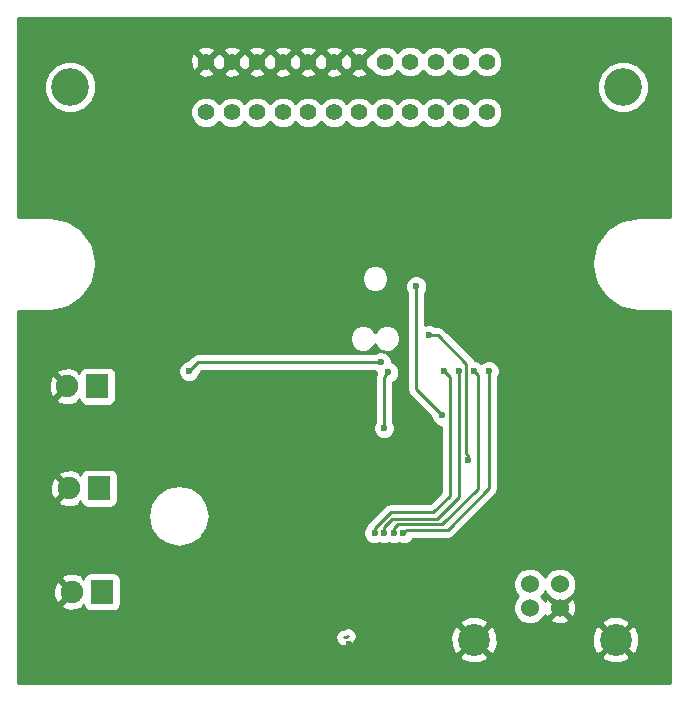
<source format=gbr>
G04 #@! TF.FileFunction,Copper,L2,Bot,Signal*
%FSLAX46Y46*%
G04 Gerber Fmt 4.6, Leading zero omitted, Abs format (unit mm)*
G04 Created by KiCad (PCBNEW 4.1.0-alpha+201606210816+6944~45~ubuntu16.04.1-product) date Sat Jun 25 00:11:40 2016*
%MOMM*%
%LPD*%
G01*
G04 APERTURE LIST*
%ADD10C,0.100000*%
%ADD11C,1.397000*%
%ADD12C,3.200400*%
%ADD13R,1.900000X2.000000*%
%ADD14C,1.900000*%
%ADD15C,1.524000*%
%ADD16C,2.700020*%
%ADD17C,0.600000*%
%ADD18C,0.250000*%
%ADD19C,0.254000*%
G04 APERTURE END LIST*
D10*
D11*
X145224500Y-79298800D03*
X147383500Y-79298800D03*
X140906500Y-79298800D03*
X143065500Y-79298800D03*
X145224500Y-75006200D03*
X143065500Y-75006200D03*
X140906500Y-75006200D03*
X147383500Y-75006200D03*
X138747500Y-79298800D03*
X136588500Y-79298800D03*
X134429500Y-79298800D03*
X132270500Y-79298800D03*
X138747500Y-75006200D03*
X136588500Y-75006200D03*
X134429500Y-75006200D03*
X132270500Y-75006200D03*
X149542500Y-79298800D03*
X151701500Y-79298800D03*
X153860500Y-79298800D03*
X156019500Y-79298800D03*
X149542500Y-75006200D03*
X151701500Y-75006200D03*
X153860500Y-75006200D03*
X156019500Y-75006200D03*
D12*
X167551100Y-77152500D03*
X120738900Y-77152500D03*
D13*
X123063000Y-102489000D03*
D14*
X120523000Y-102489000D03*
D13*
X123444000Y-119888000D03*
D14*
X120904000Y-119888000D03*
D13*
X123190000Y-111125000D03*
D14*
X120650000Y-111125000D03*
D15*
X159669480Y-119253000D03*
X162209480Y-119253000D03*
X162209480Y-121251980D03*
X159669480Y-121251980D03*
D16*
X154940000Y-123952000D03*
X166938960Y-123952000D03*
D17*
X144399000Y-124333000D03*
X145161000Y-95885000D03*
X142367000Y-119888000D03*
X151828500Y-110553500D03*
X158115000Y-105346500D03*
X151130000Y-88900000D03*
X130810000Y-91630500D03*
X125666500Y-95059500D03*
X124460000Y-93091000D03*
X124142500Y-88773000D03*
X167005000Y-98425000D03*
X137287000Y-123063000D03*
X142303500Y-122936000D03*
X132207000Y-108204000D03*
X138544000Y-108775500D03*
X136303000Y-115951000D03*
X142748000Y-111315500D03*
X150050500Y-94043500D03*
X152273000Y-104965500D03*
X152400000Y-101219000D03*
X146519997Y-114935000D03*
X153670000Y-101219000D03*
X147320000Y-114935000D03*
X154940000Y-101219000D03*
X148170997Y-114935000D03*
X156210000Y-101219000D03*
X148971000Y-114935000D03*
X151130000Y-98171000D03*
X154432000Y-108775500D03*
X130810000Y-101219000D03*
X147066000Y-100457000D03*
X147691010Y-101319815D03*
X147320000Y-106045000D03*
D18*
X144272000Y-123634500D02*
X144145000Y-123761500D01*
X144145000Y-123761500D02*
X143954500Y-123761500D01*
X144399000Y-124333000D02*
X144099001Y-124632999D01*
X142367000Y-119888000D02*
X142430500Y-119888000D01*
X158115000Y-105346500D02*
X158115000Y-105473500D01*
X158115000Y-105473500D02*
X157924500Y-105664000D01*
X151130000Y-88900000D02*
X151130000Y-89027000D01*
X151130000Y-89027000D02*
X150939500Y-89217500D01*
X130810000Y-91630500D02*
X130810000Y-91884500D01*
X130810000Y-91884500D02*
X130873500Y-91948000D01*
X124142500Y-88773000D02*
X124142500Y-88963500D01*
X124142500Y-88963500D02*
X124269500Y-89090500D01*
X142303500Y-122936000D02*
X142303500Y-122999500D01*
X142303500Y-122999500D02*
X142494000Y-123190000D01*
X152273000Y-104965500D02*
X150050500Y-102743000D01*
X150050500Y-102743000D02*
X150050500Y-94043500D01*
X152908000Y-111760000D02*
X152908000Y-101727000D01*
X152908000Y-101727000D02*
X152400000Y-101219000D01*
X151511000Y-113157000D02*
X152908000Y-111760000D01*
X147873733Y-113157000D02*
X151511000Y-113157000D01*
X146519997Y-114935000D02*
X146519997Y-114510736D01*
X146519997Y-114510736D02*
X147873733Y-113157000D01*
X147320000Y-114935000D02*
X147320000Y-114427000D01*
X147320000Y-114427000D02*
X148024009Y-113722991D01*
X148024009Y-113722991D02*
X151834009Y-113722991D01*
X151834009Y-113722991D02*
X153670000Y-111887000D01*
X153670000Y-111887000D02*
X153670000Y-101219000D01*
X155239999Y-101518999D02*
X154940000Y-101219000D01*
X155239999Y-111206001D02*
X155239999Y-101518999D01*
X152273000Y-114173000D02*
X155239999Y-111206001D01*
X148170997Y-114510736D02*
X148508733Y-114173000D01*
X148170997Y-114935000D02*
X148170997Y-114510736D01*
X148508733Y-114173000D02*
X152273000Y-114173000D01*
X156210000Y-111125000D02*
X156210000Y-101219000D01*
X152699999Y-114635001D02*
X156210000Y-111125000D01*
X148971000Y-114935000D02*
X149270999Y-114635001D01*
X149270999Y-114635001D02*
X152699999Y-114635001D01*
X154305000Y-100584000D02*
X151892000Y-98171000D01*
X151892000Y-98171000D02*
X151130000Y-98171000D01*
X154305000Y-108224236D02*
X154305000Y-100584000D01*
X154432000Y-108775500D02*
X154432000Y-108351236D01*
X154432000Y-108351236D02*
X154305000Y-108224236D01*
X147066000Y-100457000D02*
X131572000Y-100457000D01*
X131572000Y-100457000D02*
X130810000Y-101219000D01*
X147391011Y-101619814D02*
X147691010Y-101319815D01*
X147320000Y-106045000D02*
X147320000Y-101690825D01*
X147320000Y-101690825D02*
X147391011Y-101619814D01*
D19*
G36*
X171567448Y-88120400D02*
X168946822Y-88120400D01*
X168880652Y-88133562D01*
X167544172Y-88385984D01*
X167297243Y-88488265D01*
X166221428Y-89207103D01*
X166032436Y-89396095D01*
X165313597Y-90471912D01*
X165313597Y-90471913D01*
X165211315Y-90718842D01*
X164958893Y-91987854D01*
X164958894Y-92121491D01*
X164958893Y-92255128D01*
X165211315Y-93524140D01*
X165271231Y-93668788D01*
X165313597Y-93771070D01*
X166032434Y-94846885D01*
X166221426Y-95035877D01*
X167297243Y-95754717D01*
X167544172Y-95856998D01*
X168813185Y-96109420D01*
X168880647Y-96109420D01*
X168946822Y-96122583D01*
X171567448Y-96122583D01*
X171567448Y-127598457D01*
X116326195Y-127598457D01*
X116326195Y-125357601D01*
X153714004Y-125357601D01*
X153855472Y-125660790D01*
X154591952Y-125945747D01*
X155381420Y-125927174D01*
X156024528Y-125660790D01*
X156165996Y-125357601D01*
X165712964Y-125357601D01*
X165854432Y-125660790D01*
X166590912Y-125945747D01*
X167380380Y-125927174D01*
X168023488Y-125660790D01*
X168164956Y-125357601D01*
X166938960Y-124131605D01*
X165712964Y-125357601D01*
X156165996Y-125357601D01*
X154940000Y-124131605D01*
X153714004Y-125357601D01*
X116326195Y-125357601D01*
X116326195Y-123761500D01*
X143194500Y-123761500D01*
X143252352Y-124052339D01*
X143417099Y-124298901D01*
X143663661Y-124463648D01*
X143954500Y-124521500D01*
X144145000Y-124521500D01*
X144435839Y-124463648D01*
X144682401Y-124298901D01*
X144809401Y-124171901D01*
X144974148Y-123925339D01*
X145032000Y-123634500D01*
X145025924Y-123603952D01*
X152946253Y-123603952D01*
X152964826Y-124393420D01*
X153231210Y-125036528D01*
X153534399Y-125177996D01*
X154760395Y-123952000D01*
X155119605Y-123952000D01*
X156345601Y-125177996D01*
X156648790Y-125036528D01*
X156933747Y-124300048D01*
X156917371Y-123603952D01*
X164945213Y-123603952D01*
X164963786Y-124393420D01*
X165230170Y-125036528D01*
X165533359Y-125177996D01*
X166759355Y-123952000D01*
X167118565Y-123952000D01*
X168344561Y-125177996D01*
X168647750Y-125036528D01*
X168932707Y-124300048D01*
X168914134Y-123510580D01*
X168647750Y-122867472D01*
X168344561Y-122726004D01*
X167118565Y-123952000D01*
X166759355Y-123952000D01*
X165533359Y-122726004D01*
X165230170Y-122867472D01*
X164945213Y-123603952D01*
X156917371Y-123603952D01*
X156915174Y-123510580D01*
X156648790Y-122867472D01*
X156345601Y-122726004D01*
X155119605Y-123952000D01*
X154760395Y-123952000D01*
X153534399Y-122726004D01*
X153231210Y-122867472D01*
X152946253Y-123603952D01*
X145025924Y-123603952D01*
X144974148Y-123343661D01*
X144809401Y-123097099D01*
X144562839Y-122932352D01*
X144272000Y-122874500D01*
X143981161Y-122932352D01*
X143845108Y-123023260D01*
X143663661Y-123059352D01*
X143417099Y-123224099D01*
X143252352Y-123470661D01*
X143194500Y-123761500D01*
X116326195Y-123761500D01*
X116326195Y-122546399D01*
X153714004Y-122546399D01*
X154940000Y-123772395D01*
X156165996Y-122546399D01*
X156024528Y-122243210D01*
X155288048Y-121958253D01*
X154498580Y-121976826D01*
X153855472Y-122243210D01*
X153714004Y-122546399D01*
X116326195Y-122546399D01*
X116326195Y-119635398D01*
X119307812Y-119635398D01*
X119332648Y-120265461D01*
X119525981Y-120732208D01*
X119787650Y-120824745D01*
X120724395Y-119888000D01*
X119787650Y-118951255D01*
X119525981Y-119043792D01*
X119307812Y-119635398D01*
X116326195Y-119635398D01*
X116326195Y-118771650D01*
X119967255Y-118771650D01*
X120904000Y-119708395D01*
X120918143Y-119694253D01*
X121097748Y-119873858D01*
X121083605Y-119888000D01*
X121097748Y-119902143D01*
X120918143Y-120081748D01*
X120904000Y-120067605D01*
X119967255Y-121004350D01*
X120059792Y-121266019D01*
X120651398Y-121484188D01*
X121281461Y-121459352D01*
X121748208Y-121266019D01*
X121840744Y-121004352D01*
X121876894Y-121040502D01*
X121895843Y-121135765D01*
X122036191Y-121345809D01*
X122246235Y-121486157D01*
X122494000Y-121535440D01*
X124394000Y-121535440D01*
X124641765Y-121486157D01*
X124851809Y-121345809D01*
X124992157Y-121135765D01*
X125041440Y-120888000D01*
X125041440Y-119529661D01*
X158272238Y-119529661D01*
X158484470Y-120043303D01*
X158693312Y-120252510D01*
X158485851Y-120459610D01*
X158272723Y-120972880D01*
X158272238Y-121528641D01*
X158484470Y-122042283D01*
X158877110Y-122435609D01*
X159390380Y-122648737D01*
X159946141Y-122649222D01*
X160459783Y-122436990D01*
X160664937Y-122232193D01*
X161408872Y-122232193D01*
X161478337Y-122474377D01*
X162001782Y-122661124D01*
X162556848Y-122633342D01*
X162766746Y-122546399D01*
X165712964Y-122546399D01*
X166938960Y-123772395D01*
X168164956Y-122546399D01*
X168023488Y-122243210D01*
X167287008Y-121958253D01*
X166497540Y-121976826D01*
X165854432Y-122243210D01*
X165712964Y-122546399D01*
X162766746Y-122546399D01*
X162940623Y-122474377D01*
X163010088Y-122232193D01*
X162209480Y-121431585D01*
X161408872Y-122232193D01*
X160664937Y-122232193D01*
X160853109Y-122044350D01*
X160932875Y-121852253D01*
X160987083Y-121983123D01*
X161229267Y-122052588D01*
X162029875Y-121251980D01*
X162389085Y-121251980D01*
X163189693Y-122052588D01*
X163431877Y-121983123D01*
X163618624Y-121459678D01*
X163590842Y-120904612D01*
X163431877Y-120520837D01*
X163189693Y-120451372D01*
X162389085Y-121251980D01*
X162029875Y-121251980D01*
X161229267Y-120451372D01*
X160987083Y-120520837D01*
X160936971Y-120661298D01*
X160854490Y-120461677D01*
X160645648Y-120252470D01*
X160853109Y-120045370D01*
X160939429Y-119837488D01*
X161024470Y-120043303D01*
X161417110Y-120436629D01*
X161684951Y-120547846D01*
X162209480Y-121072375D01*
X162734044Y-120547811D01*
X162999783Y-120438010D01*
X163393109Y-120045370D01*
X163606237Y-119532100D01*
X163606722Y-118976339D01*
X163394490Y-118462697D01*
X163001850Y-118069371D01*
X162488580Y-117856243D01*
X161932819Y-117855758D01*
X161419177Y-118067990D01*
X161025851Y-118460630D01*
X160939531Y-118668512D01*
X160854490Y-118462697D01*
X160461850Y-118069371D01*
X159948580Y-117856243D01*
X159392819Y-117855758D01*
X158879177Y-118067990D01*
X158485851Y-118460630D01*
X158272723Y-118973900D01*
X158272238Y-119529661D01*
X125041440Y-119529661D01*
X125041440Y-118888000D01*
X124992157Y-118640235D01*
X124851809Y-118430191D01*
X124641765Y-118289843D01*
X124394000Y-118240560D01*
X122494000Y-118240560D01*
X122246235Y-118289843D01*
X122036191Y-118430191D01*
X121895843Y-118640235D01*
X121876894Y-118735498D01*
X121840744Y-118771648D01*
X121748208Y-118509981D01*
X121156602Y-118291812D01*
X120526539Y-118316648D01*
X120059792Y-118509981D01*
X119967255Y-118771650D01*
X116326195Y-118771650D01*
X116326195Y-113449100D01*
X127317820Y-113449100D01*
X127517909Y-114455014D01*
X128087713Y-115307787D01*
X128940486Y-115877591D01*
X129946400Y-116077680D01*
X130952314Y-115877591D01*
X131805087Y-115307787D01*
X131930450Y-115120167D01*
X145584835Y-115120167D01*
X145726880Y-115463943D01*
X145989670Y-115727192D01*
X146333198Y-115869838D01*
X146705164Y-115870162D01*
X146920103Y-115781351D01*
X147133201Y-115869838D01*
X147505167Y-115870162D01*
X147745666Y-115770790D01*
X147984198Y-115869838D01*
X148356164Y-115870162D01*
X148571103Y-115781351D01*
X148784201Y-115869838D01*
X149156167Y-115870162D01*
X149499943Y-115728117D01*
X149763192Y-115465327D01*
X149792394Y-115395001D01*
X152699999Y-115395001D01*
X152990838Y-115337149D01*
X153237400Y-115172402D01*
X156747401Y-111662401D01*
X156912148Y-111415839D01*
X156970000Y-111125000D01*
X156970000Y-101781463D01*
X157002192Y-101749327D01*
X157144838Y-101405799D01*
X157145162Y-101033833D01*
X157003117Y-100690057D01*
X156740327Y-100426808D01*
X156396799Y-100284162D01*
X156024833Y-100283838D01*
X155681057Y-100425883D01*
X155575046Y-100531710D01*
X155470327Y-100426808D01*
X155126799Y-100284162D01*
X155001063Y-100284052D01*
X154842401Y-100046599D01*
X152429401Y-97633599D01*
X152182839Y-97468852D01*
X151892000Y-97411000D01*
X151692463Y-97411000D01*
X151660327Y-97378808D01*
X151316799Y-97236162D01*
X150944833Y-97235838D01*
X150810500Y-97291343D01*
X150810500Y-94605963D01*
X150842692Y-94573827D01*
X150985338Y-94230299D01*
X150985662Y-93858333D01*
X150843617Y-93514557D01*
X150580827Y-93251308D01*
X150237299Y-93108662D01*
X149865333Y-93108338D01*
X149521557Y-93250383D01*
X149258308Y-93513173D01*
X149115662Y-93856701D01*
X149115338Y-94228667D01*
X149257383Y-94572443D01*
X149290500Y-94605618D01*
X149290500Y-102743000D01*
X149348352Y-103033839D01*
X149513099Y-103280401D01*
X151337878Y-105105180D01*
X151337838Y-105150667D01*
X151479883Y-105494443D01*
X151742673Y-105757692D01*
X152086201Y-105900338D01*
X152148000Y-105900392D01*
X152148000Y-111445198D01*
X151196198Y-112397000D01*
X147873733Y-112397000D01*
X147582894Y-112454852D01*
X147336332Y-112619599D01*
X145982596Y-113973335D01*
X145817849Y-114219897D01*
X145794298Y-114338296D01*
X145727805Y-114404673D01*
X145585159Y-114748201D01*
X145584835Y-115120167D01*
X131930450Y-115120167D01*
X132374891Y-114455014D01*
X132574980Y-113449100D01*
X132374891Y-112443186D01*
X131805087Y-111590413D01*
X130952314Y-111020609D01*
X129946400Y-110820520D01*
X128940486Y-111020609D01*
X128087713Y-111590413D01*
X127517909Y-112443186D01*
X127317820Y-113449100D01*
X116326195Y-113449100D01*
X116326195Y-110872398D01*
X119053812Y-110872398D01*
X119078648Y-111502461D01*
X119271981Y-111969208D01*
X119533650Y-112061745D01*
X120470395Y-111125000D01*
X119533650Y-110188255D01*
X119271981Y-110280792D01*
X119053812Y-110872398D01*
X116326195Y-110872398D01*
X116326195Y-110008650D01*
X119713255Y-110008650D01*
X120650000Y-110945395D01*
X120664143Y-110931253D01*
X120843748Y-111110858D01*
X120829605Y-111125000D01*
X120843748Y-111139143D01*
X120664143Y-111318748D01*
X120650000Y-111304605D01*
X119713255Y-112241350D01*
X119805792Y-112503019D01*
X120397398Y-112721188D01*
X121027461Y-112696352D01*
X121494208Y-112503019D01*
X121586744Y-112241352D01*
X121622894Y-112277502D01*
X121641843Y-112372765D01*
X121782191Y-112582809D01*
X121992235Y-112723157D01*
X122240000Y-112772440D01*
X124140000Y-112772440D01*
X124387765Y-112723157D01*
X124597809Y-112582809D01*
X124738157Y-112372765D01*
X124787440Y-112125000D01*
X124787440Y-110125000D01*
X124738157Y-109877235D01*
X124597809Y-109667191D01*
X124387765Y-109526843D01*
X124140000Y-109477560D01*
X122240000Y-109477560D01*
X121992235Y-109526843D01*
X121782191Y-109667191D01*
X121641843Y-109877235D01*
X121622894Y-109972498D01*
X121586744Y-110008648D01*
X121494208Y-109746981D01*
X120902602Y-109528812D01*
X120272539Y-109553648D01*
X119805792Y-109746981D01*
X119713255Y-110008650D01*
X116326195Y-110008650D01*
X116326195Y-102236398D01*
X118926812Y-102236398D01*
X118951648Y-102866461D01*
X119144981Y-103333208D01*
X119406650Y-103425745D01*
X120343395Y-102489000D01*
X119406650Y-101552255D01*
X119144981Y-101644792D01*
X118926812Y-102236398D01*
X116326195Y-102236398D01*
X116326195Y-101372650D01*
X119586255Y-101372650D01*
X120523000Y-102309395D01*
X120537143Y-102295253D01*
X120716748Y-102474858D01*
X120702605Y-102489000D01*
X120716748Y-102503143D01*
X120537143Y-102682748D01*
X120523000Y-102668605D01*
X119586255Y-103605350D01*
X119678792Y-103867019D01*
X120270398Y-104085188D01*
X120900461Y-104060352D01*
X121367208Y-103867019D01*
X121459744Y-103605352D01*
X121495894Y-103641502D01*
X121514843Y-103736765D01*
X121655191Y-103946809D01*
X121865235Y-104087157D01*
X122113000Y-104136440D01*
X124013000Y-104136440D01*
X124260765Y-104087157D01*
X124470809Y-103946809D01*
X124611157Y-103736765D01*
X124660440Y-103489000D01*
X124660440Y-101489000D01*
X124643566Y-101404167D01*
X129874838Y-101404167D01*
X130016883Y-101747943D01*
X130279673Y-102011192D01*
X130623201Y-102153838D01*
X130995167Y-102154162D01*
X131338943Y-102012117D01*
X131602192Y-101749327D01*
X131744838Y-101405799D01*
X131744879Y-101358923D01*
X131886802Y-101217000D01*
X146503537Y-101217000D01*
X146535673Y-101249192D01*
X146678877Y-101308656D01*
X146617852Y-101399986D01*
X146560000Y-101690825D01*
X146560000Y-105482537D01*
X146527808Y-105514673D01*
X146385162Y-105858201D01*
X146384838Y-106230167D01*
X146526883Y-106573943D01*
X146789673Y-106837192D01*
X147133201Y-106979838D01*
X147505167Y-106980162D01*
X147848943Y-106838117D01*
X148112192Y-106575327D01*
X148254838Y-106231799D01*
X148255162Y-105859833D01*
X148113117Y-105516057D01*
X148080000Y-105482882D01*
X148080000Y-102170759D01*
X148219953Y-102112932D01*
X148483202Y-101850142D01*
X148625848Y-101506614D01*
X148626172Y-101134648D01*
X148484127Y-100790872D01*
X148221337Y-100527623D01*
X148001019Y-100436138D01*
X148001162Y-100271833D01*
X147859117Y-99928057D01*
X147596327Y-99664808D01*
X147252799Y-99522162D01*
X146880833Y-99521838D01*
X146537057Y-99663883D01*
X146503882Y-99697000D01*
X131572000Y-99697000D01*
X131281161Y-99754852D01*
X131034599Y-99919599D01*
X130670320Y-100283878D01*
X130624833Y-100283838D01*
X130281057Y-100425883D01*
X130017808Y-100688673D01*
X129875162Y-101032201D01*
X129874838Y-101404167D01*
X124643566Y-101404167D01*
X124611157Y-101241235D01*
X124470809Y-101031191D01*
X124260765Y-100890843D01*
X124013000Y-100841560D01*
X122113000Y-100841560D01*
X121865235Y-100890843D01*
X121655191Y-101031191D01*
X121514843Y-101241235D01*
X121495894Y-101336498D01*
X121459744Y-101372648D01*
X121367208Y-101110981D01*
X120775602Y-100892812D01*
X120145539Y-100917648D01*
X119678792Y-101110981D01*
X119586255Y-101372650D01*
X116326195Y-101372650D01*
X116326195Y-98648341D01*
X144414045Y-98648341D01*
X144585374Y-99062990D01*
X144902341Y-99380511D01*
X145316691Y-99552564D01*
X145765341Y-99552955D01*
X146179990Y-99381626D01*
X146497511Y-99064659D01*
X146557936Y-98919139D01*
X146617374Y-99062990D01*
X146934341Y-99380511D01*
X147348691Y-99552564D01*
X147797341Y-99552955D01*
X148211990Y-99381626D01*
X148529511Y-99064659D01*
X148701564Y-98650309D01*
X148701955Y-98201659D01*
X148530626Y-97787010D01*
X148213659Y-97469489D01*
X147799309Y-97297436D01*
X147350659Y-97297045D01*
X146936010Y-97468374D01*
X146618489Y-97785341D01*
X146558064Y-97930861D01*
X146498626Y-97787010D01*
X146181659Y-97469489D01*
X145767309Y-97297436D01*
X145318659Y-97297045D01*
X144904010Y-97468374D01*
X144586489Y-97785341D01*
X144414436Y-98199691D01*
X144414045Y-98648341D01*
X116326195Y-98648341D01*
X116326195Y-96122583D01*
X118946822Y-96122583D01*
X119012992Y-96109421D01*
X119080459Y-96109421D01*
X120349471Y-95856999D01*
X120443265Y-95818148D01*
X120596401Y-95754718D01*
X121672219Y-95035878D01*
X121766714Y-94941383D01*
X121861210Y-94846888D01*
X122580049Y-93771069D01*
X122663917Y-93568593D01*
X145428774Y-93568593D01*
X145600297Y-93983709D01*
X145917621Y-94301587D01*
X146332437Y-94473834D01*
X146781593Y-94474226D01*
X147196709Y-94302703D01*
X147514587Y-93985379D01*
X147686834Y-93570563D01*
X147687226Y-93121407D01*
X147515703Y-92706291D01*
X147198379Y-92388413D01*
X146783563Y-92216166D01*
X146334407Y-92215774D01*
X145919291Y-92387297D01*
X145601413Y-92704621D01*
X145429166Y-93119437D01*
X145428774Y-93568593D01*
X122663917Y-93568593D01*
X122682330Y-93524141D01*
X122682330Y-93524140D01*
X122934752Y-92255128D01*
X122934752Y-91987854D01*
X122682330Y-90718841D01*
X122580049Y-90471913D01*
X121861210Y-89396094D01*
X121754883Y-89289768D01*
X121672219Y-89207104D01*
X120596401Y-88488264D01*
X120421796Y-88415941D01*
X120349471Y-88385983D01*
X119080459Y-88133561D01*
X119012987Y-88133561D01*
X118946822Y-88120400D01*
X116326195Y-88120400D01*
X116326195Y-79562886D01*
X130936769Y-79562886D01*
X131139354Y-80053180D01*
X131514147Y-80428627D01*
X132004087Y-80632068D01*
X132534586Y-80632531D01*
X133024880Y-80429946D01*
X133350238Y-80105155D01*
X133673147Y-80428627D01*
X134163087Y-80632068D01*
X134693586Y-80632531D01*
X135183880Y-80429946D01*
X135509238Y-80105155D01*
X135832147Y-80428627D01*
X136322087Y-80632068D01*
X136852586Y-80632531D01*
X137342880Y-80429946D01*
X137668238Y-80105155D01*
X137991147Y-80428627D01*
X138481087Y-80632068D01*
X139011586Y-80632531D01*
X139501880Y-80429946D01*
X139827238Y-80105155D01*
X140150147Y-80428627D01*
X140640087Y-80632068D01*
X141170586Y-80632531D01*
X141660880Y-80429946D01*
X141986238Y-80105155D01*
X142309147Y-80428627D01*
X142799087Y-80632068D01*
X143329586Y-80632531D01*
X143819880Y-80429946D01*
X144145238Y-80105155D01*
X144468147Y-80428627D01*
X144958087Y-80632068D01*
X145488586Y-80632531D01*
X145978880Y-80429946D01*
X146304238Y-80105155D01*
X146627147Y-80428627D01*
X147117087Y-80632068D01*
X147647586Y-80632531D01*
X148137880Y-80429946D01*
X148463238Y-80105155D01*
X148786147Y-80428627D01*
X149276087Y-80632068D01*
X149806586Y-80632531D01*
X150296880Y-80429946D01*
X150622238Y-80105155D01*
X150945147Y-80428627D01*
X151435087Y-80632068D01*
X151965586Y-80632531D01*
X152455880Y-80429946D01*
X152781238Y-80105155D01*
X153104147Y-80428627D01*
X153594087Y-80632068D01*
X154124586Y-80632531D01*
X154614880Y-80429946D01*
X154940238Y-80105155D01*
X155263147Y-80428627D01*
X155753087Y-80632068D01*
X156283586Y-80632531D01*
X156773880Y-80429946D01*
X157149327Y-80055153D01*
X157352768Y-79565213D01*
X157353231Y-79034714D01*
X157150646Y-78544420D01*
X156775853Y-78168973D01*
X156285913Y-77965532D01*
X155755414Y-77965069D01*
X155265120Y-78167654D01*
X154939762Y-78492445D01*
X154616853Y-78168973D01*
X154126913Y-77965532D01*
X153596414Y-77965069D01*
X153106120Y-78167654D01*
X152780762Y-78492445D01*
X152457853Y-78168973D01*
X151967913Y-77965532D01*
X151437414Y-77965069D01*
X150947120Y-78167654D01*
X150621762Y-78492445D01*
X150298853Y-78168973D01*
X149808913Y-77965532D01*
X149278414Y-77965069D01*
X148788120Y-78167654D01*
X148462762Y-78492445D01*
X148139853Y-78168973D01*
X147649913Y-77965532D01*
X147119414Y-77965069D01*
X146629120Y-78167654D01*
X146303762Y-78492445D01*
X145980853Y-78168973D01*
X145490913Y-77965532D01*
X144960414Y-77965069D01*
X144470120Y-78167654D01*
X144144762Y-78492445D01*
X143821853Y-78168973D01*
X143331913Y-77965532D01*
X142801414Y-77965069D01*
X142311120Y-78167654D01*
X141985762Y-78492445D01*
X141662853Y-78168973D01*
X141172913Y-77965532D01*
X140642414Y-77965069D01*
X140152120Y-78167654D01*
X139826762Y-78492445D01*
X139503853Y-78168973D01*
X139013913Y-77965532D01*
X138483414Y-77965069D01*
X137993120Y-78167654D01*
X137667762Y-78492445D01*
X137344853Y-78168973D01*
X136854913Y-77965532D01*
X136324414Y-77965069D01*
X135834120Y-78167654D01*
X135508762Y-78492445D01*
X135185853Y-78168973D01*
X134695913Y-77965532D01*
X134165414Y-77965069D01*
X133675120Y-78167654D01*
X133349762Y-78492445D01*
X133026853Y-78168973D01*
X132536913Y-77965532D01*
X132006414Y-77965069D01*
X131516120Y-78167654D01*
X131140673Y-78542447D01*
X130937232Y-79032387D01*
X130936769Y-79562886D01*
X116326195Y-79562886D01*
X116326195Y-77595158D01*
X118503313Y-77595158D01*
X118842885Y-78416985D01*
X119471108Y-79046305D01*
X120292341Y-79387311D01*
X121181558Y-79388087D01*
X122003385Y-79048515D01*
X122632705Y-78420292D01*
X122973711Y-77599059D01*
X122973714Y-77595158D01*
X165315513Y-77595158D01*
X165655085Y-78416985D01*
X166283308Y-79046305D01*
X167104541Y-79387311D01*
X167993758Y-79388087D01*
X168815585Y-79048515D01*
X169444905Y-78420292D01*
X169785911Y-77599059D01*
X169786687Y-76709842D01*
X169447115Y-75888015D01*
X168818892Y-75258695D01*
X167997659Y-74917689D01*
X167108442Y-74916913D01*
X166286615Y-75256485D01*
X165657295Y-75884708D01*
X165316289Y-76705941D01*
X165315513Y-77595158D01*
X122973714Y-77595158D01*
X122974487Y-76709842D01*
X122656556Y-75940388D01*
X131515917Y-75940388D01*
X131577571Y-76176000D01*
X132077980Y-76352127D01*
X132607699Y-76323348D01*
X132963429Y-76176000D01*
X133025083Y-75940388D01*
X133674917Y-75940388D01*
X133736571Y-76176000D01*
X134236980Y-76352127D01*
X134766699Y-76323348D01*
X135122429Y-76176000D01*
X135184083Y-75940388D01*
X135833917Y-75940388D01*
X135895571Y-76176000D01*
X136395980Y-76352127D01*
X136925699Y-76323348D01*
X137281429Y-76176000D01*
X137343083Y-75940388D01*
X137992917Y-75940388D01*
X138054571Y-76176000D01*
X138554980Y-76352127D01*
X139084699Y-76323348D01*
X139440429Y-76176000D01*
X139502083Y-75940388D01*
X140151917Y-75940388D01*
X140213571Y-76176000D01*
X140713980Y-76352127D01*
X141243699Y-76323348D01*
X141599429Y-76176000D01*
X141661083Y-75940388D01*
X142310917Y-75940388D01*
X142372571Y-76176000D01*
X142872980Y-76352127D01*
X143402699Y-76323348D01*
X143758429Y-76176000D01*
X143820083Y-75940388D01*
X144469917Y-75940388D01*
X144531571Y-76176000D01*
X145031980Y-76352127D01*
X145561699Y-76323348D01*
X145917429Y-76176000D01*
X145979083Y-75940388D01*
X145224500Y-75185805D01*
X144469917Y-75940388D01*
X143820083Y-75940388D01*
X143065500Y-75185805D01*
X142310917Y-75940388D01*
X141661083Y-75940388D01*
X140906500Y-75185805D01*
X140151917Y-75940388D01*
X139502083Y-75940388D01*
X138747500Y-75185805D01*
X137992917Y-75940388D01*
X137343083Y-75940388D01*
X136588500Y-75185805D01*
X135833917Y-75940388D01*
X135184083Y-75940388D01*
X134429500Y-75185805D01*
X133674917Y-75940388D01*
X133025083Y-75940388D01*
X132270500Y-75185805D01*
X131515917Y-75940388D01*
X122656556Y-75940388D01*
X122634915Y-75888015D01*
X122006692Y-75258695D01*
X121185459Y-74917689D01*
X120296242Y-74916913D01*
X119474415Y-75256485D01*
X118845095Y-75884708D01*
X118504089Y-76705941D01*
X118503313Y-77595158D01*
X116326195Y-77595158D01*
X116326195Y-74813680D01*
X130924573Y-74813680D01*
X130953352Y-75343399D01*
X131100700Y-75699129D01*
X131336312Y-75760783D01*
X132090895Y-75006200D01*
X132450105Y-75006200D01*
X133204688Y-75760783D01*
X133350000Y-75722758D01*
X133495312Y-75760783D01*
X134249895Y-75006200D01*
X134609105Y-75006200D01*
X135363688Y-75760783D01*
X135509000Y-75722758D01*
X135654312Y-75760783D01*
X136408895Y-75006200D01*
X136768105Y-75006200D01*
X137522688Y-75760783D01*
X137668000Y-75722758D01*
X137813312Y-75760783D01*
X138567895Y-75006200D01*
X138927105Y-75006200D01*
X139681688Y-75760783D01*
X139827000Y-75722758D01*
X139972312Y-75760783D01*
X140726895Y-75006200D01*
X141086105Y-75006200D01*
X141840688Y-75760783D01*
X141986000Y-75722758D01*
X142131312Y-75760783D01*
X142885895Y-75006200D01*
X143245105Y-75006200D01*
X143999688Y-75760783D01*
X144145000Y-75722758D01*
X144290312Y-75760783D01*
X145044895Y-75006200D01*
X145404105Y-75006200D01*
X146158688Y-75760783D01*
X146243290Y-75738645D01*
X146252354Y-75760580D01*
X146627147Y-76136027D01*
X147117087Y-76339468D01*
X147647586Y-76339931D01*
X148137880Y-76137346D01*
X148463238Y-75812555D01*
X148786147Y-76136027D01*
X149276087Y-76339468D01*
X149806586Y-76339931D01*
X150296880Y-76137346D01*
X150622238Y-75812555D01*
X150945147Y-76136027D01*
X151435087Y-76339468D01*
X151965586Y-76339931D01*
X152455880Y-76137346D01*
X152781238Y-75812555D01*
X153104147Y-76136027D01*
X153594087Y-76339468D01*
X154124586Y-76339931D01*
X154614880Y-76137346D01*
X154940238Y-75812555D01*
X155263147Y-76136027D01*
X155753087Y-76339468D01*
X156283586Y-76339931D01*
X156773880Y-76137346D01*
X157149327Y-75762553D01*
X157352768Y-75272613D01*
X157353231Y-74742114D01*
X157150646Y-74251820D01*
X156775853Y-73876373D01*
X156285913Y-73672932D01*
X155755414Y-73672469D01*
X155265120Y-73875054D01*
X154939762Y-74199845D01*
X154616853Y-73876373D01*
X154126913Y-73672932D01*
X153596414Y-73672469D01*
X153106120Y-73875054D01*
X152780762Y-74199845D01*
X152457853Y-73876373D01*
X151967913Y-73672932D01*
X151437414Y-73672469D01*
X150947120Y-73875054D01*
X150621762Y-74199845D01*
X150298853Y-73876373D01*
X149808913Y-73672932D01*
X149278414Y-73672469D01*
X148788120Y-73875054D01*
X148462762Y-74199845D01*
X148139853Y-73876373D01*
X147649913Y-73672932D01*
X147119414Y-73672469D01*
X146629120Y-73875054D01*
X146253673Y-74249847D01*
X146243701Y-74273863D01*
X146158688Y-74251617D01*
X145404105Y-75006200D01*
X145044895Y-75006200D01*
X144290312Y-74251617D01*
X144145000Y-74289642D01*
X143999688Y-74251617D01*
X143245105Y-75006200D01*
X142885895Y-75006200D01*
X142131312Y-74251617D01*
X141986000Y-74289642D01*
X141840688Y-74251617D01*
X141086105Y-75006200D01*
X140726895Y-75006200D01*
X139972312Y-74251617D01*
X139827000Y-74289642D01*
X139681688Y-74251617D01*
X138927105Y-75006200D01*
X138567895Y-75006200D01*
X137813312Y-74251617D01*
X137668000Y-74289642D01*
X137522688Y-74251617D01*
X136768105Y-75006200D01*
X136408895Y-75006200D01*
X135654312Y-74251617D01*
X135509000Y-74289642D01*
X135363688Y-74251617D01*
X134609105Y-75006200D01*
X134249895Y-75006200D01*
X133495312Y-74251617D01*
X133350000Y-74289642D01*
X133204688Y-74251617D01*
X132450105Y-75006200D01*
X132090895Y-75006200D01*
X131336312Y-74251617D01*
X131100700Y-74313271D01*
X130924573Y-74813680D01*
X116326195Y-74813680D01*
X116326195Y-74072012D01*
X131515917Y-74072012D01*
X132270500Y-74826595D01*
X133025083Y-74072012D01*
X133674917Y-74072012D01*
X134429500Y-74826595D01*
X135184083Y-74072012D01*
X135833917Y-74072012D01*
X136588500Y-74826595D01*
X137343083Y-74072012D01*
X137992917Y-74072012D01*
X138747500Y-74826595D01*
X139502083Y-74072012D01*
X140151917Y-74072012D01*
X140906500Y-74826595D01*
X141661083Y-74072012D01*
X142310917Y-74072012D01*
X143065500Y-74826595D01*
X143820083Y-74072012D01*
X144469917Y-74072012D01*
X145224500Y-74826595D01*
X145979083Y-74072012D01*
X145917429Y-73836400D01*
X145417020Y-73660273D01*
X144887301Y-73689052D01*
X144531571Y-73836400D01*
X144469917Y-74072012D01*
X143820083Y-74072012D01*
X143758429Y-73836400D01*
X143258020Y-73660273D01*
X142728301Y-73689052D01*
X142372571Y-73836400D01*
X142310917Y-74072012D01*
X141661083Y-74072012D01*
X141599429Y-73836400D01*
X141099020Y-73660273D01*
X140569301Y-73689052D01*
X140213571Y-73836400D01*
X140151917Y-74072012D01*
X139502083Y-74072012D01*
X139440429Y-73836400D01*
X138940020Y-73660273D01*
X138410301Y-73689052D01*
X138054571Y-73836400D01*
X137992917Y-74072012D01*
X137343083Y-74072012D01*
X137281429Y-73836400D01*
X136781020Y-73660273D01*
X136251301Y-73689052D01*
X135895571Y-73836400D01*
X135833917Y-74072012D01*
X135184083Y-74072012D01*
X135122429Y-73836400D01*
X134622020Y-73660273D01*
X134092301Y-73689052D01*
X133736571Y-73836400D01*
X133674917Y-74072012D01*
X133025083Y-74072012D01*
X132963429Y-73836400D01*
X132463020Y-73660273D01*
X131933301Y-73689052D01*
X131577571Y-73836400D01*
X131515917Y-74072012D01*
X116326195Y-74072012D01*
X116326195Y-71306491D01*
X171567448Y-71306491D01*
X171567448Y-88120400D01*
X171567448Y-88120400D01*
G37*
X171567448Y-88120400D02*
X168946822Y-88120400D01*
X168880652Y-88133562D01*
X167544172Y-88385984D01*
X167297243Y-88488265D01*
X166221428Y-89207103D01*
X166032436Y-89396095D01*
X165313597Y-90471912D01*
X165313597Y-90471913D01*
X165211315Y-90718842D01*
X164958893Y-91987854D01*
X164958894Y-92121491D01*
X164958893Y-92255128D01*
X165211315Y-93524140D01*
X165271231Y-93668788D01*
X165313597Y-93771070D01*
X166032434Y-94846885D01*
X166221426Y-95035877D01*
X167297243Y-95754717D01*
X167544172Y-95856998D01*
X168813185Y-96109420D01*
X168880647Y-96109420D01*
X168946822Y-96122583D01*
X171567448Y-96122583D01*
X171567448Y-127598457D01*
X116326195Y-127598457D01*
X116326195Y-125357601D01*
X153714004Y-125357601D01*
X153855472Y-125660790D01*
X154591952Y-125945747D01*
X155381420Y-125927174D01*
X156024528Y-125660790D01*
X156165996Y-125357601D01*
X165712964Y-125357601D01*
X165854432Y-125660790D01*
X166590912Y-125945747D01*
X167380380Y-125927174D01*
X168023488Y-125660790D01*
X168164956Y-125357601D01*
X166938960Y-124131605D01*
X165712964Y-125357601D01*
X156165996Y-125357601D01*
X154940000Y-124131605D01*
X153714004Y-125357601D01*
X116326195Y-125357601D01*
X116326195Y-123761500D01*
X143194500Y-123761500D01*
X143252352Y-124052339D01*
X143417099Y-124298901D01*
X143663661Y-124463648D01*
X143954500Y-124521500D01*
X144145000Y-124521500D01*
X144435839Y-124463648D01*
X144682401Y-124298901D01*
X144809401Y-124171901D01*
X144974148Y-123925339D01*
X145032000Y-123634500D01*
X145025924Y-123603952D01*
X152946253Y-123603952D01*
X152964826Y-124393420D01*
X153231210Y-125036528D01*
X153534399Y-125177996D01*
X154760395Y-123952000D01*
X155119605Y-123952000D01*
X156345601Y-125177996D01*
X156648790Y-125036528D01*
X156933747Y-124300048D01*
X156917371Y-123603952D01*
X164945213Y-123603952D01*
X164963786Y-124393420D01*
X165230170Y-125036528D01*
X165533359Y-125177996D01*
X166759355Y-123952000D01*
X167118565Y-123952000D01*
X168344561Y-125177996D01*
X168647750Y-125036528D01*
X168932707Y-124300048D01*
X168914134Y-123510580D01*
X168647750Y-122867472D01*
X168344561Y-122726004D01*
X167118565Y-123952000D01*
X166759355Y-123952000D01*
X165533359Y-122726004D01*
X165230170Y-122867472D01*
X164945213Y-123603952D01*
X156917371Y-123603952D01*
X156915174Y-123510580D01*
X156648790Y-122867472D01*
X156345601Y-122726004D01*
X155119605Y-123952000D01*
X154760395Y-123952000D01*
X153534399Y-122726004D01*
X153231210Y-122867472D01*
X152946253Y-123603952D01*
X145025924Y-123603952D01*
X144974148Y-123343661D01*
X144809401Y-123097099D01*
X144562839Y-122932352D01*
X144272000Y-122874500D01*
X143981161Y-122932352D01*
X143845108Y-123023260D01*
X143663661Y-123059352D01*
X143417099Y-123224099D01*
X143252352Y-123470661D01*
X143194500Y-123761500D01*
X116326195Y-123761500D01*
X116326195Y-122546399D01*
X153714004Y-122546399D01*
X154940000Y-123772395D01*
X156165996Y-122546399D01*
X156024528Y-122243210D01*
X155288048Y-121958253D01*
X154498580Y-121976826D01*
X153855472Y-122243210D01*
X153714004Y-122546399D01*
X116326195Y-122546399D01*
X116326195Y-119635398D01*
X119307812Y-119635398D01*
X119332648Y-120265461D01*
X119525981Y-120732208D01*
X119787650Y-120824745D01*
X120724395Y-119888000D01*
X119787650Y-118951255D01*
X119525981Y-119043792D01*
X119307812Y-119635398D01*
X116326195Y-119635398D01*
X116326195Y-118771650D01*
X119967255Y-118771650D01*
X120904000Y-119708395D01*
X120918143Y-119694253D01*
X121097748Y-119873858D01*
X121083605Y-119888000D01*
X121097748Y-119902143D01*
X120918143Y-120081748D01*
X120904000Y-120067605D01*
X119967255Y-121004350D01*
X120059792Y-121266019D01*
X120651398Y-121484188D01*
X121281461Y-121459352D01*
X121748208Y-121266019D01*
X121840744Y-121004352D01*
X121876894Y-121040502D01*
X121895843Y-121135765D01*
X122036191Y-121345809D01*
X122246235Y-121486157D01*
X122494000Y-121535440D01*
X124394000Y-121535440D01*
X124641765Y-121486157D01*
X124851809Y-121345809D01*
X124992157Y-121135765D01*
X125041440Y-120888000D01*
X125041440Y-119529661D01*
X158272238Y-119529661D01*
X158484470Y-120043303D01*
X158693312Y-120252510D01*
X158485851Y-120459610D01*
X158272723Y-120972880D01*
X158272238Y-121528641D01*
X158484470Y-122042283D01*
X158877110Y-122435609D01*
X159390380Y-122648737D01*
X159946141Y-122649222D01*
X160459783Y-122436990D01*
X160664937Y-122232193D01*
X161408872Y-122232193D01*
X161478337Y-122474377D01*
X162001782Y-122661124D01*
X162556848Y-122633342D01*
X162766746Y-122546399D01*
X165712964Y-122546399D01*
X166938960Y-123772395D01*
X168164956Y-122546399D01*
X168023488Y-122243210D01*
X167287008Y-121958253D01*
X166497540Y-121976826D01*
X165854432Y-122243210D01*
X165712964Y-122546399D01*
X162766746Y-122546399D01*
X162940623Y-122474377D01*
X163010088Y-122232193D01*
X162209480Y-121431585D01*
X161408872Y-122232193D01*
X160664937Y-122232193D01*
X160853109Y-122044350D01*
X160932875Y-121852253D01*
X160987083Y-121983123D01*
X161229267Y-122052588D01*
X162029875Y-121251980D01*
X162389085Y-121251980D01*
X163189693Y-122052588D01*
X163431877Y-121983123D01*
X163618624Y-121459678D01*
X163590842Y-120904612D01*
X163431877Y-120520837D01*
X163189693Y-120451372D01*
X162389085Y-121251980D01*
X162029875Y-121251980D01*
X161229267Y-120451372D01*
X160987083Y-120520837D01*
X160936971Y-120661298D01*
X160854490Y-120461677D01*
X160645648Y-120252470D01*
X160853109Y-120045370D01*
X160939429Y-119837488D01*
X161024470Y-120043303D01*
X161417110Y-120436629D01*
X161684951Y-120547846D01*
X162209480Y-121072375D01*
X162734044Y-120547811D01*
X162999783Y-120438010D01*
X163393109Y-120045370D01*
X163606237Y-119532100D01*
X163606722Y-118976339D01*
X163394490Y-118462697D01*
X163001850Y-118069371D01*
X162488580Y-117856243D01*
X161932819Y-117855758D01*
X161419177Y-118067990D01*
X161025851Y-118460630D01*
X160939531Y-118668512D01*
X160854490Y-118462697D01*
X160461850Y-118069371D01*
X159948580Y-117856243D01*
X159392819Y-117855758D01*
X158879177Y-118067990D01*
X158485851Y-118460630D01*
X158272723Y-118973900D01*
X158272238Y-119529661D01*
X125041440Y-119529661D01*
X125041440Y-118888000D01*
X124992157Y-118640235D01*
X124851809Y-118430191D01*
X124641765Y-118289843D01*
X124394000Y-118240560D01*
X122494000Y-118240560D01*
X122246235Y-118289843D01*
X122036191Y-118430191D01*
X121895843Y-118640235D01*
X121876894Y-118735498D01*
X121840744Y-118771648D01*
X121748208Y-118509981D01*
X121156602Y-118291812D01*
X120526539Y-118316648D01*
X120059792Y-118509981D01*
X119967255Y-118771650D01*
X116326195Y-118771650D01*
X116326195Y-113449100D01*
X127317820Y-113449100D01*
X127517909Y-114455014D01*
X128087713Y-115307787D01*
X128940486Y-115877591D01*
X129946400Y-116077680D01*
X130952314Y-115877591D01*
X131805087Y-115307787D01*
X131930450Y-115120167D01*
X145584835Y-115120167D01*
X145726880Y-115463943D01*
X145989670Y-115727192D01*
X146333198Y-115869838D01*
X146705164Y-115870162D01*
X146920103Y-115781351D01*
X147133201Y-115869838D01*
X147505167Y-115870162D01*
X147745666Y-115770790D01*
X147984198Y-115869838D01*
X148356164Y-115870162D01*
X148571103Y-115781351D01*
X148784201Y-115869838D01*
X149156167Y-115870162D01*
X149499943Y-115728117D01*
X149763192Y-115465327D01*
X149792394Y-115395001D01*
X152699999Y-115395001D01*
X152990838Y-115337149D01*
X153237400Y-115172402D01*
X156747401Y-111662401D01*
X156912148Y-111415839D01*
X156970000Y-111125000D01*
X156970000Y-101781463D01*
X157002192Y-101749327D01*
X157144838Y-101405799D01*
X157145162Y-101033833D01*
X157003117Y-100690057D01*
X156740327Y-100426808D01*
X156396799Y-100284162D01*
X156024833Y-100283838D01*
X155681057Y-100425883D01*
X155575046Y-100531710D01*
X155470327Y-100426808D01*
X155126799Y-100284162D01*
X155001063Y-100284052D01*
X154842401Y-100046599D01*
X152429401Y-97633599D01*
X152182839Y-97468852D01*
X151892000Y-97411000D01*
X151692463Y-97411000D01*
X151660327Y-97378808D01*
X151316799Y-97236162D01*
X150944833Y-97235838D01*
X150810500Y-97291343D01*
X150810500Y-94605963D01*
X150842692Y-94573827D01*
X150985338Y-94230299D01*
X150985662Y-93858333D01*
X150843617Y-93514557D01*
X150580827Y-93251308D01*
X150237299Y-93108662D01*
X149865333Y-93108338D01*
X149521557Y-93250383D01*
X149258308Y-93513173D01*
X149115662Y-93856701D01*
X149115338Y-94228667D01*
X149257383Y-94572443D01*
X149290500Y-94605618D01*
X149290500Y-102743000D01*
X149348352Y-103033839D01*
X149513099Y-103280401D01*
X151337878Y-105105180D01*
X151337838Y-105150667D01*
X151479883Y-105494443D01*
X151742673Y-105757692D01*
X152086201Y-105900338D01*
X152148000Y-105900392D01*
X152148000Y-111445198D01*
X151196198Y-112397000D01*
X147873733Y-112397000D01*
X147582894Y-112454852D01*
X147336332Y-112619599D01*
X145982596Y-113973335D01*
X145817849Y-114219897D01*
X145794298Y-114338296D01*
X145727805Y-114404673D01*
X145585159Y-114748201D01*
X145584835Y-115120167D01*
X131930450Y-115120167D01*
X132374891Y-114455014D01*
X132574980Y-113449100D01*
X132374891Y-112443186D01*
X131805087Y-111590413D01*
X130952314Y-111020609D01*
X129946400Y-110820520D01*
X128940486Y-111020609D01*
X128087713Y-111590413D01*
X127517909Y-112443186D01*
X127317820Y-113449100D01*
X116326195Y-113449100D01*
X116326195Y-110872398D01*
X119053812Y-110872398D01*
X119078648Y-111502461D01*
X119271981Y-111969208D01*
X119533650Y-112061745D01*
X120470395Y-111125000D01*
X119533650Y-110188255D01*
X119271981Y-110280792D01*
X119053812Y-110872398D01*
X116326195Y-110872398D01*
X116326195Y-110008650D01*
X119713255Y-110008650D01*
X120650000Y-110945395D01*
X120664143Y-110931253D01*
X120843748Y-111110858D01*
X120829605Y-111125000D01*
X120843748Y-111139143D01*
X120664143Y-111318748D01*
X120650000Y-111304605D01*
X119713255Y-112241350D01*
X119805792Y-112503019D01*
X120397398Y-112721188D01*
X121027461Y-112696352D01*
X121494208Y-112503019D01*
X121586744Y-112241352D01*
X121622894Y-112277502D01*
X121641843Y-112372765D01*
X121782191Y-112582809D01*
X121992235Y-112723157D01*
X122240000Y-112772440D01*
X124140000Y-112772440D01*
X124387765Y-112723157D01*
X124597809Y-112582809D01*
X124738157Y-112372765D01*
X124787440Y-112125000D01*
X124787440Y-110125000D01*
X124738157Y-109877235D01*
X124597809Y-109667191D01*
X124387765Y-109526843D01*
X124140000Y-109477560D01*
X122240000Y-109477560D01*
X121992235Y-109526843D01*
X121782191Y-109667191D01*
X121641843Y-109877235D01*
X121622894Y-109972498D01*
X121586744Y-110008648D01*
X121494208Y-109746981D01*
X120902602Y-109528812D01*
X120272539Y-109553648D01*
X119805792Y-109746981D01*
X119713255Y-110008650D01*
X116326195Y-110008650D01*
X116326195Y-102236398D01*
X118926812Y-102236398D01*
X118951648Y-102866461D01*
X119144981Y-103333208D01*
X119406650Y-103425745D01*
X120343395Y-102489000D01*
X119406650Y-101552255D01*
X119144981Y-101644792D01*
X118926812Y-102236398D01*
X116326195Y-102236398D01*
X116326195Y-101372650D01*
X119586255Y-101372650D01*
X120523000Y-102309395D01*
X120537143Y-102295253D01*
X120716748Y-102474858D01*
X120702605Y-102489000D01*
X120716748Y-102503143D01*
X120537143Y-102682748D01*
X120523000Y-102668605D01*
X119586255Y-103605350D01*
X119678792Y-103867019D01*
X120270398Y-104085188D01*
X120900461Y-104060352D01*
X121367208Y-103867019D01*
X121459744Y-103605352D01*
X121495894Y-103641502D01*
X121514843Y-103736765D01*
X121655191Y-103946809D01*
X121865235Y-104087157D01*
X122113000Y-104136440D01*
X124013000Y-104136440D01*
X124260765Y-104087157D01*
X124470809Y-103946809D01*
X124611157Y-103736765D01*
X124660440Y-103489000D01*
X124660440Y-101489000D01*
X124643566Y-101404167D01*
X129874838Y-101404167D01*
X130016883Y-101747943D01*
X130279673Y-102011192D01*
X130623201Y-102153838D01*
X130995167Y-102154162D01*
X131338943Y-102012117D01*
X131602192Y-101749327D01*
X131744838Y-101405799D01*
X131744879Y-101358923D01*
X131886802Y-101217000D01*
X146503537Y-101217000D01*
X146535673Y-101249192D01*
X146678877Y-101308656D01*
X146617852Y-101399986D01*
X146560000Y-101690825D01*
X146560000Y-105482537D01*
X146527808Y-105514673D01*
X146385162Y-105858201D01*
X146384838Y-106230167D01*
X146526883Y-106573943D01*
X146789673Y-106837192D01*
X147133201Y-106979838D01*
X147505167Y-106980162D01*
X147848943Y-106838117D01*
X148112192Y-106575327D01*
X148254838Y-106231799D01*
X148255162Y-105859833D01*
X148113117Y-105516057D01*
X148080000Y-105482882D01*
X148080000Y-102170759D01*
X148219953Y-102112932D01*
X148483202Y-101850142D01*
X148625848Y-101506614D01*
X148626172Y-101134648D01*
X148484127Y-100790872D01*
X148221337Y-100527623D01*
X148001019Y-100436138D01*
X148001162Y-100271833D01*
X147859117Y-99928057D01*
X147596327Y-99664808D01*
X147252799Y-99522162D01*
X146880833Y-99521838D01*
X146537057Y-99663883D01*
X146503882Y-99697000D01*
X131572000Y-99697000D01*
X131281161Y-99754852D01*
X131034599Y-99919599D01*
X130670320Y-100283878D01*
X130624833Y-100283838D01*
X130281057Y-100425883D01*
X130017808Y-100688673D01*
X129875162Y-101032201D01*
X129874838Y-101404167D01*
X124643566Y-101404167D01*
X124611157Y-101241235D01*
X124470809Y-101031191D01*
X124260765Y-100890843D01*
X124013000Y-100841560D01*
X122113000Y-100841560D01*
X121865235Y-100890843D01*
X121655191Y-101031191D01*
X121514843Y-101241235D01*
X121495894Y-101336498D01*
X121459744Y-101372648D01*
X121367208Y-101110981D01*
X120775602Y-100892812D01*
X120145539Y-100917648D01*
X119678792Y-101110981D01*
X119586255Y-101372650D01*
X116326195Y-101372650D01*
X116326195Y-98648341D01*
X144414045Y-98648341D01*
X144585374Y-99062990D01*
X144902341Y-99380511D01*
X145316691Y-99552564D01*
X145765341Y-99552955D01*
X146179990Y-99381626D01*
X146497511Y-99064659D01*
X146557936Y-98919139D01*
X146617374Y-99062990D01*
X146934341Y-99380511D01*
X147348691Y-99552564D01*
X147797341Y-99552955D01*
X148211990Y-99381626D01*
X148529511Y-99064659D01*
X148701564Y-98650309D01*
X148701955Y-98201659D01*
X148530626Y-97787010D01*
X148213659Y-97469489D01*
X147799309Y-97297436D01*
X147350659Y-97297045D01*
X146936010Y-97468374D01*
X146618489Y-97785341D01*
X146558064Y-97930861D01*
X146498626Y-97787010D01*
X146181659Y-97469489D01*
X145767309Y-97297436D01*
X145318659Y-97297045D01*
X144904010Y-97468374D01*
X144586489Y-97785341D01*
X144414436Y-98199691D01*
X144414045Y-98648341D01*
X116326195Y-98648341D01*
X116326195Y-96122583D01*
X118946822Y-96122583D01*
X119012992Y-96109421D01*
X119080459Y-96109421D01*
X120349471Y-95856999D01*
X120443265Y-95818148D01*
X120596401Y-95754718D01*
X121672219Y-95035878D01*
X121766714Y-94941383D01*
X121861210Y-94846888D01*
X122580049Y-93771069D01*
X122663917Y-93568593D01*
X145428774Y-93568593D01*
X145600297Y-93983709D01*
X145917621Y-94301587D01*
X146332437Y-94473834D01*
X146781593Y-94474226D01*
X147196709Y-94302703D01*
X147514587Y-93985379D01*
X147686834Y-93570563D01*
X147687226Y-93121407D01*
X147515703Y-92706291D01*
X147198379Y-92388413D01*
X146783563Y-92216166D01*
X146334407Y-92215774D01*
X145919291Y-92387297D01*
X145601413Y-92704621D01*
X145429166Y-93119437D01*
X145428774Y-93568593D01*
X122663917Y-93568593D01*
X122682330Y-93524141D01*
X122682330Y-93524140D01*
X122934752Y-92255128D01*
X122934752Y-91987854D01*
X122682330Y-90718841D01*
X122580049Y-90471913D01*
X121861210Y-89396094D01*
X121754883Y-89289768D01*
X121672219Y-89207104D01*
X120596401Y-88488264D01*
X120421796Y-88415941D01*
X120349471Y-88385983D01*
X119080459Y-88133561D01*
X119012987Y-88133561D01*
X118946822Y-88120400D01*
X116326195Y-88120400D01*
X116326195Y-79562886D01*
X130936769Y-79562886D01*
X131139354Y-80053180D01*
X131514147Y-80428627D01*
X132004087Y-80632068D01*
X132534586Y-80632531D01*
X133024880Y-80429946D01*
X133350238Y-80105155D01*
X133673147Y-80428627D01*
X134163087Y-80632068D01*
X134693586Y-80632531D01*
X135183880Y-80429946D01*
X135509238Y-80105155D01*
X135832147Y-80428627D01*
X136322087Y-80632068D01*
X136852586Y-80632531D01*
X137342880Y-80429946D01*
X137668238Y-80105155D01*
X137991147Y-80428627D01*
X138481087Y-80632068D01*
X139011586Y-80632531D01*
X139501880Y-80429946D01*
X139827238Y-80105155D01*
X140150147Y-80428627D01*
X140640087Y-80632068D01*
X141170586Y-80632531D01*
X141660880Y-80429946D01*
X141986238Y-80105155D01*
X142309147Y-80428627D01*
X142799087Y-80632068D01*
X143329586Y-80632531D01*
X143819880Y-80429946D01*
X144145238Y-80105155D01*
X144468147Y-80428627D01*
X144958087Y-80632068D01*
X145488586Y-80632531D01*
X145978880Y-80429946D01*
X146304238Y-80105155D01*
X146627147Y-80428627D01*
X147117087Y-80632068D01*
X147647586Y-80632531D01*
X148137880Y-80429946D01*
X148463238Y-80105155D01*
X148786147Y-80428627D01*
X149276087Y-80632068D01*
X149806586Y-80632531D01*
X150296880Y-80429946D01*
X150622238Y-80105155D01*
X150945147Y-80428627D01*
X151435087Y-80632068D01*
X151965586Y-80632531D01*
X152455880Y-80429946D01*
X152781238Y-80105155D01*
X153104147Y-80428627D01*
X153594087Y-80632068D01*
X154124586Y-80632531D01*
X154614880Y-80429946D01*
X154940238Y-80105155D01*
X155263147Y-80428627D01*
X155753087Y-80632068D01*
X156283586Y-80632531D01*
X156773880Y-80429946D01*
X157149327Y-80055153D01*
X157352768Y-79565213D01*
X157353231Y-79034714D01*
X157150646Y-78544420D01*
X156775853Y-78168973D01*
X156285913Y-77965532D01*
X155755414Y-77965069D01*
X155265120Y-78167654D01*
X154939762Y-78492445D01*
X154616853Y-78168973D01*
X154126913Y-77965532D01*
X153596414Y-77965069D01*
X153106120Y-78167654D01*
X152780762Y-78492445D01*
X152457853Y-78168973D01*
X151967913Y-77965532D01*
X151437414Y-77965069D01*
X150947120Y-78167654D01*
X150621762Y-78492445D01*
X150298853Y-78168973D01*
X149808913Y-77965532D01*
X149278414Y-77965069D01*
X148788120Y-78167654D01*
X148462762Y-78492445D01*
X148139853Y-78168973D01*
X147649913Y-77965532D01*
X147119414Y-77965069D01*
X146629120Y-78167654D01*
X146303762Y-78492445D01*
X145980853Y-78168973D01*
X145490913Y-77965532D01*
X144960414Y-77965069D01*
X144470120Y-78167654D01*
X144144762Y-78492445D01*
X143821853Y-78168973D01*
X143331913Y-77965532D01*
X142801414Y-77965069D01*
X142311120Y-78167654D01*
X141985762Y-78492445D01*
X141662853Y-78168973D01*
X141172913Y-77965532D01*
X140642414Y-77965069D01*
X140152120Y-78167654D01*
X139826762Y-78492445D01*
X139503853Y-78168973D01*
X139013913Y-77965532D01*
X138483414Y-77965069D01*
X137993120Y-78167654D01*
X137667762Y-78492445D01*
X137344853Y-78168973D01*
X136854913Y-77965532D01*
X136324414Y-77965069D01*
X135834120Y-78167654D01*
X135508762Y-78492445D01*
X135185853Y-78168973D01*
X134695913Y-77965532D01*
X134165414Y-77965069D01*
X133675120Y-78167654D01*
X133349762Y-78492445D01*
X133026853Y-78168973D01*
X132536913Y-77965532D01*
X132006414Y-77965069D01*
X131516120Y-78167654D01*
X131140673Y-78542447D01*
X130937232Y-79032387D01*
X130936769Y-79562886D01*
X116326195Y-79562886D01*
X116326195Y-77595158D01*
X118503313Y-77595158D01*
X118842885Y-78416985D01*
X119471108Y-79046305D01*
X120292341Y-79387311D01*
X121181558Y-79388087D01*
X122003385Y-79048515D01*
X122632705Y-78420292D01*
X122973711Y-77599059D01*
X122973714Y-77595158D01*
X165315513Y-77595158D01*
X165655085Y-78416985D01*
X166283308Y-79046305D01*
X167104541Y-79387311D01*
X167993758Y-79388087D01*
X168815585Y-79048515D01*
X169444905Y-78420292D01*
X169785911Y-77599059D01*
X169786687Y-76709842D01*
X169447115Y-75888015D01*
X168818892Y-75258695D01*
X167997659Y-74917689D01*
X167108442Y-74916913D01*
X166286615Y-75256485D01*
X165657295Y-75884708D01*
X165316289Y-76705941D01*
X165315513Y-77595158D01*
X122973714Y-77595158D01*
X122974487Y-76709842D01*
X122656556Y-75940388D01*
X131515917Y-75940388D01*
X131577571Y-76176000D01*
X132077980Y-76352127D01*
X132607699Y-76323348D01*
X132963429Y-76176000D01*
X133025083Y-75940388D01*
X133674917Y-75940388D01*
X133736571Y-76176000D01*
X134236980Y-76352127D01*
X134766699Y-76323348D01*
X135122429Y-76176000D01*
X135184083Y-75940388D01*
X135833917Y-75940388D01*
X135895571Y-76176000D01*
X136395980Y-76352127D01*
X136925699Y-76323348D01*
X137281429Y-76176000D01*
X137343083Y-75940388D01*
X137992917Y-75940388D01*
X138054571Y-76176000D01*
X138554980Y-76352127D01*
X139084699Y-76323348D01*
X139440429Y-76176000D01*
X139502083Y-75940388D01*
X140151917Y-75940388D01*
X140213571Y-76176000D01*
X140713980Y-76352127D01*
X141243699Y-76323348D01*
X141599429Y-76176000D01*
X141661083Y-75940388D01*
X142310917Y-75940388D01*
X142372571Y-76176000D01*
X142872980Y-76352127D01*
X143402699Y-76323348D01*
X143758429Y-76176000D01*
X143820083Y-75940388D01*
X144469917Y-75940388D01*
X144531571Y-76176000D01*
X145031980Y-76352127D01*
X145561699Y-76323348D01*
X145917429Y-76176000D01*
X145979083Y-75940388D01*
X145224500Y-75185805D01*
X144469917Y-75940388D01*
X143820083Y-75940388D01*
X143065500Y-75185805D01*
X142310917Y-75940388D01*
X141661083Y-75940388D01*
X140906500Y-75185805D01*
X140151917Y-75940388D01*
X139502083Y-75940388D01*
X138747500Y-75185805D01*
X137992917Y-75940388D01*
X137343083Y-75940388D01*
X136588500Y-75185805D01*
X135833917Y-75940388D01*
X135184083Y-75940388D01*
X134429500Y-75185805D01*
X133674917Y-75940388D01*
X133025083Y-75940388D01*
X132270500Y-75185805D01*
X131515917Y-75940388D01*
X122656556Y-75940388D01*
X122634915Y-75888015D01*
X122006692Y-75258695D01*
X121185459Y-74917689D01*
X120296242Y-74916913D01*
X119474415Y-75256485D01*
X118845095Y-75884708D01*
X118504089Y-76705941D01*
X118503313Y-77595158D01*
X116326195Y-77595158D01*
X116326195Y-74813680D01*
X130924573Y-74813680D01*
X130953352Y-75343399D01*
X131100700Y-75699129D01*
X131336312Y-75760783D01*
X132090895Y-75006200D01*
X132450105Y-75006200D01*
X133204688Y-75760783D01*
X133350000Y-75722758D01*
X133495312Y-75760783D01*
X134249895Y-75006200D01*
X134609105Y-75006200D01*
X135363688Y-75760783D01*
X135509000Y-75722758D01*
X135654312Y-75760783D01*
X136408895Y-75006200D01*
X136768105Y-75006200D01*
X137522688Y-75760783D01*
X137668000Y-75722758D01*
X137813312Y-75760783D01*
X138567895Y-75006200D01*
X138927105Y-75006200D01*
X139681688Y-75760783D01*
X139827000Y-75722758D01*
X139972312Y-75760783D01*
X140726895Y-75006200D01*
X141086105Y-75006200D01*
X141840688Y-75760783D01*
X141986000Y-75722758D01*
X142131312Y-75760783D01*
X142885895Y-75006200D01*
X143245105Y-75006200D01*
X143999688Y-75760783D01*
X144145000Y-75722758D01*
X144290312Y-75760783D01*
X145044895Y-75006200D01*
X145404105Y-75006200D01*
X146158688Y-75760783D01*
X146243290Y-75738645D01*
X146252354Y-75760580D01*
X146627147Y-76136027D01*
X147117087Y-76339468D01*
X147647586Y-76339931D01*
X148137880Y-76137346D01*
X148463238Y-75812555D01*
X148786147Y-76136027D01*
X149276087Y-76339468D01*
X149806586Y-76339931D01*
X150296880Y-76137346D01*
X150622238Y-75812555D01*
X150945147Y-76136027D01*
X151435087Y-76339468D01*
X151965586Y-76339931D01*
X152455880Y-76137346D01*
X152781238Y-75812555D01*
X153104147Y-76136027D01*
X153594087Y-76339468D01*
X154124586Y-76339931D01*
X154614880Y-76137346D01*
X154940238Y-75812555D01*
X155263147Y-76136027D01*
X155753087Y-76339468D01*
X156283586Y-76339931D01*
X156773880Y-76137346D01*
X157149327Y-75762553D01*
X157352768Y-75272613D01*
X157353231Y-74742114D01*
X157150646Y-74251820D01*
X156775853Y-73876373D01*
X156285913Y-73672932D01*
X155755414Y-73672469D01*
X155265120Y-73875054D01*
X154939762Y-74199845D01*
X154616853Y-73876373D01*
X154126913Y-73672932D01*
X153596414Y-73672469D01*
X153106120Y-73875054D01*
X152780762Y-74199845D01*
X152457853Y-73876373D01*
X151967913Y-73672932D01*
X151437414Y-73672469D01*
X150947120Y-73875054D01*
X150621762Y-74199845D01*
X150298853Y-73876373D01*
X149808913Y-73672932D01*
X149278414Y-73672469D01*
X148788120Y-73875054D01*
X148462762Y-74199845D01*
X148139853Y-73876373D01*
X147649913Y-73672932D01*
X147119414Y-73672469D01*
X146629120Y-73875054D01*
X146253673Y-74249847D01*
X146243701Y-74273863D01*
X146158688Y-74251617D01*
X145404105Y-75006200D01*
X145044895Y-75006200D01*
X144290312Y-74251617D01*
X144145000Y-74289642D01*
X143999688Y-74251617D01*
X143245105Y-75006200D01*
X142885895Y-75006200D01*
X142131312Y-74251617D01*
X141986000Y-74289642D01*
X141840688Y-74251617D01*
X141086105Y-75006200D01*
X140726895Y-75006200D01*
X139972312Y-74251617D01*
X139827000Y-74289642D01*
X139681688Y-74251617D01*
X138927105Y-75006200D01*
X138567895Y-75006200D01*
X137813312Y-74251617D01*
X137668000Y-74289642D01*
X137522688Y-74251617D01*
X136768105Y-75006200D01*
X136408895Y-75006200D01*
X135654312Y-74251617D01*
X135509000Y-74289642D01*
X135363688Y-74251617D01*
X134609105Y-75006200D01*
X134249895Y-75006200D01*
X133495312Y-74251617D01*
X133350000Y-74289642D01*
X133204688Y-74251617D01*
X132450105Y-75006200D01*
X132090895Y-75006200D01*
X131336312Y-74251617D01*
X131100700Y-74313271D01*
X130924573Y-74813680D01*
X116326195Y-74813680D01*
X116326195Y-74072012D01*
X131515917Y-74072012D01*
X132270500Y-74826595D01*
X133025083Y-74072012D01*
X133674917Y-74072012D01*
X134429500Y-74826595D01*
X135184083Y-74072012D01*
X135833917Y-74072012D01*
X136588500Y-74826595D01*
X137343083Y-74072012D01*
X137992917Y-74072012D01*
X138747500Y-74826595D01*
X139502083Y-74072012D01*
X140151917Y-74072012D01*
X140906500Y-74826595D01*
X141661083Y-74072012D01*
X142310917Y-74072012D01*
X143065500Y-74826595D01*
X143820083Y-74072012D01*
X144469917Y-74072012D01*
X145224500Y-74826595D01*
X145979083Y-74072012D01*
X145917429Y-73836400D01*
X145417020Y-73660273D01*
X144887301Y-73689052D01*
X144531571Y-73836400D01*
X144469917Y-74072012D01*
X143820083Y-74072012D01*
X143758429Y-73836400D01*
X143258020Y-73660273D01*
X142728301Y-73689052D01*
X142372571Y-73836400D01*
X142310917Y-74072012D01*
X141661083Y-74072012D01*
X141599429Y-73836400D01*
X141099020Y-73660273D01*
X140569301Y-73689052D01*
X140213571Y-73836400D01*
X140151917Y-74072012D01*
X139502083Y-74072012D01*
X139440429Y-73836400D01*
X138940020Y-73660273D01*
X138410301Y-73689052D01*
X138054571Y-73836400D01*
X137992917Y-74072012D01*
X137343083Y-74072012D01*
X137281429Y-73836400D01*
X136781020Y-73660273D01*
X136251301Y-73689052D01*
X135895571Y-73836400D01*
X135833917Y-74072012D01*
X135184083Y-74072012D01*
X135122429Y-73836400D01*
X134622020Y-73660273D01*
X134092301Y-73689052D01*
X133736571Y-73836400D01*
X133674917Y-74072012D01*
X133025083Y-74072012D01*
X132963429Y-73836400D01*
X132463020Y-73660273D01*
X131933301Y-73689052D01*
X131577571Y-73836400D01*
X131515917Y-74072012D01*
X116326195Y-74072012D01*
X116326195Y-71306491D01*
X171567448Y-71306491D01*
X171567448Y-88120400D01*
M02*

</source>
